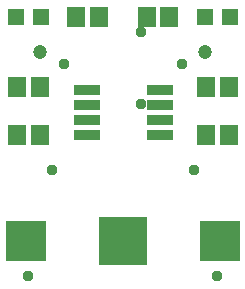
<source format=gts>
G04 EAGLE Gerber RS-274X export*
G75*
%MOMM*%
%FSLAX34Y34*%
%LPD*%
%INSoldermask Top*%
%IPPOS*%
%AMOC8*
5,1,8,0,0,1.08239X$1,22.5*%
G01*
%ADD10C,1.203200*%
%ADD11R,4.103200X4.103200*%
%ADD12R,3.403200X3.403200*%
%ADD13R,1.503200X1.703200*%
%ADD14R,2.235200X0.863600*%
%ADD15R,1.403200X1.403200*%
%ADD16C,0.959600*%


D10*
X50000Y250000D03*
X190000Y250000D03*
D11*
X120000Y90000D03*
D12*
X202000Y90000D03*
X38000Y90000D03*
D13*
X190500Y180000D03*
X209500Y180000D03*
X30500Y220000D03*
X49500Y220000D03*
D14*
X151534Y179550D03*
X90066Y179550D03*
X151534Y192250D03*
X151534Y204950D03*
X90066Y192250D03*
X90066Y204950D03*
X151534Y217650D03*
X90066Y217650D03*
D15*
X50500Y280000D03*
X29500Y280000D03*
X210500Y280000D03*
X189500Y280000D03*
D13*
X80500Y280000D03*
X99500Y280000D03*
X140500Y280000D03*
X159500Y280000D03*
X30500Y180000D03*
X49500Y180000D03*
X190500Y220000D03*
X209500Y220000D03*
D16*
X135636Y205740D03*
X135636Y266700D03*
X60000Y150000D03*
X180000Y150000D03*
X40000Y60000D03*
X200000Y60000D03*
X170000Y240000D03*
X70000Y240000D03*
M02*

</source>
